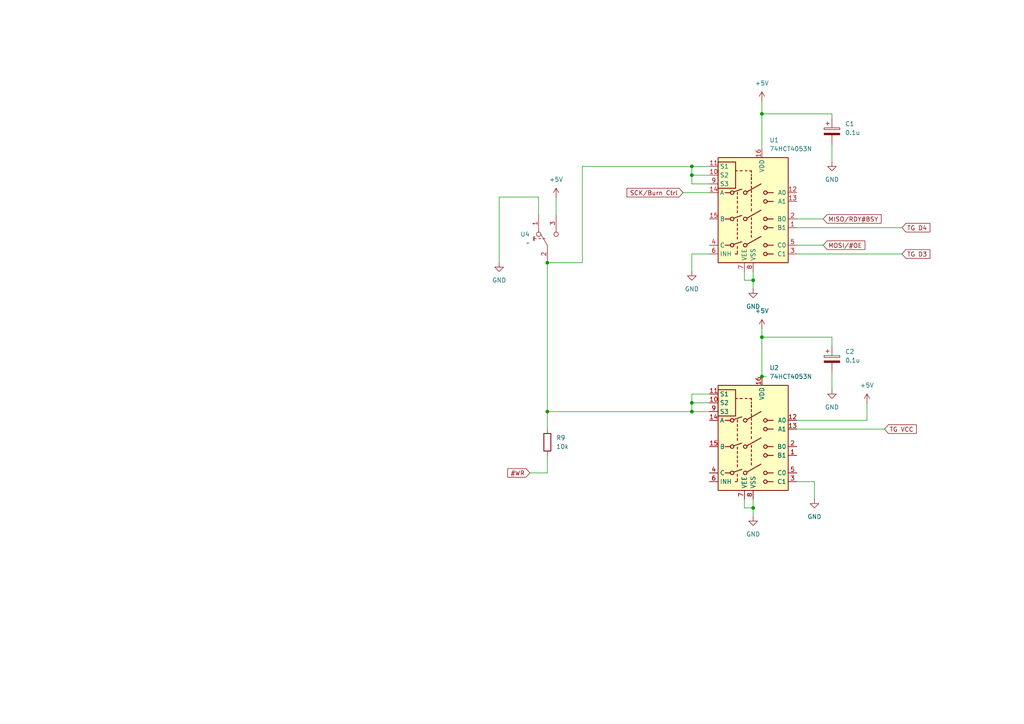
<source format=kicad_sch>
(kicad_sch (version 20231120) (generator "eeschema") (generator_version "8.0")
  (paper "A4")
  (lib_symbols
    (symbol "Device:C_Polarized" (pin_numbers hide) (pin_names (offset 0.254))
      (property "Reference" "C" (at 0.635 2.54 0))
      (property "Value" "C_Polarized" (at 0.635 -2.54 0))
      (symbol "C_Polarized_0_1"
        (rectangle (start -2.286 0.508) (end 2.286 1.016))
        (polyline (pts (xy -1.778 2.286) (xy -0.762 2.286)))
        (polyline (pts (xy -1.27 2.794) (xy -1.27 1.778)))
        (rectangle (start 2.286 -0.508) (end -2.286 -1.016) (fill (type outline)))
      )
      (symbol "C_Polarized_1_1"
        (pin passive line (at 0 3.81 270) (length 2.794) (name "~") (number "1"))
        (pin passive line (at 0 -3.81 90) (length 2.794) (name "~") (number "2"))
      )
    )
    (symbol "Device:R" (pin_numbers hide) (pin_names (offset 0))
      (property "Reference" "R" (at 2.032 0 90))
      (property "Value" "R" (at 0 0 90))
      (symbol "R_0_1"
        (rectangle (start -1.016 -2.54) (end 1.016 2.54) (stroke (width 0.254)))
      )
      (symbol "R_1_1"
        (pin passive line (at 0 3.81 270) (length 1.27) (name "~") (number "1"))
        (pin passive line (at 0 -3.81 90) (length 1.27) (name "~") (number "2"))
      )
    )
    (symbol "My_Misc:74HCT4053N"
      (property "Reference" "U" (at -10.16 16.51 0))
      (property "Value" "74HCT4053N" (at 3.81 16.51 0))
      (symbol "74HCT4053N_0_1"
        (rectangle (start -10.16 6.35) (end -5.08 13.97) (stroke (width 0.254)))
        (rectangle (start -10.16 15.24) (end 10.16 -15.24) (stroke (width 0.254)) (fill (type background)))
        (circle (center -6.096 -10.16) (radius 0.508) (stroke (width 0.254)))
        (circle (center -6.096 -2.54) (radius 0.508) (stroke (width 0.254)))
        (circle (center -6.096 5.08) (radius 0.508) (stroke (width 0.254)))
        (circle (center -2.286 -10.16) (radius 0.508) (stroke (width 0.254)))
        (circle (center -2.286 -2.54) (radius 0.508) (stroke (width 0.254)))
        (circle (center -2.286 5.08) (radius 0.508) (stroke (width 0.254)))
        (polyline (pts (xy -8.128 -10.16) (xy -6.604 -10.16)) (stroke (width 0.254)))
        (polyline (pts (xy -8.128 -2.54) (xy -6.604 -2.54)) (stroke (width 0.254)))
        (polyline (pts (xy -8.128 5.08) (xy -6.604 5.08)) (stroke (width 0.254)))
        (polyline (pts (xy -5.588 -9.906) (xy -3.302 -9.144)) (stroke (width 0.254)))
        (polyline (pts (xy -5.588 -2.286) (xy -3.302 -1.524)) (stroke (width 0.254)))
        (polyline (pts (xy -5.588 5.334) (xy -3.302 6.096)) (stroke (width 0.254)))
        (polyline (pts (xy -4.572 -12.7) (xy -5.207 -12.7)) (stroke (width 0.254)))
        (polyline (pts (xy -4.572 -12.446) (xy -4.572 -11.811)) (stroke (width 0.254)))
        (polyline (pts (xy -4.572 -11.176) (xy -4.572 -10.541)) (stroke (width 0.254)))
        (polyline (pts (xy -4.572 -8.382) (xy -4.572 -7.747)) (stroke (width 0.254)))
        (polyline (pts (xy -4.572 -7.112) (xy -4.572 -6.477)) (stroke (width 0.254)))
        (polyline (pts (xy -4.572 -5.842) (xy -4.572 -5.207)) (stroke (width 0.254)))
        (polyline (pts (xy -4.572 -4.572) (xy -4.572 -3.937)) (stroke (width 0.254)))
        (polyline (pts (xy -4.572 -3.302) (xy -4.572 -2.667)) (stroke (width 0.254)))
        (polyline (pts (xy -4.572 -0.762) (xy -4.572 -0.127)) (stroke (width 0.254)))
        (polyline (pts (xy -4.572 0.508) (xy -4.572 1.143)) (stroke (width 0.254)))
        (polyline (pts (xy -4.572 2.032) (xy -4.572 2.667)) (stroke (width 0.254)))
        (polyline (pts (xy -4.572 3.302) (xy -4.572 3.937)) (stroke (width 0.254)))
        (polyline (pts (xy -4.572 4.572) (xy -4.572 5.207)) (stroke (width 0.254)))
        (polyline (pts (xy -4.572 11.43) (xy -5.08 11.43)) (stroke (width 0.254)))
        (polyline (pts (xy -3.81 11.43) (xy -3.175 11.43)) (stroke (width 0.254)))
        (polyline (pts (xy -1.778 -9.906) (xy 2.286 -7.62)) (stroke (width 0.254)))
        (polyline (pts (xy -1.778 -2.286) (xy 2.286 0)) (stroke (width 0.254)))
        (polyline (pts (xy -1.778 5.334) (xy 2.286 7.62)) (stroke (width 0.254)))
        (polyline (pts (xy -1.778 11.43) (xy -2.286 11.43)) (stroke (width 0.254)))
        (polyline (pts (xy -0.508 -7.874) (xy -0.508 -7.239)) (stroke (width 0.254)))
        (polyline (pts (xy -0.508 -6.604) (xy -0.508 -5.969)) (stroke (width 0.254)))
        (polyline (pts (xy -0.508 -5.334) (xy -0.508 -4.699)) (stroke (width 0.254)))
        (polyline (pts (xy -0.508 -4.064) (xy -0.508 -3.429)) (stroke (width 0.254)))
        (polyline (pts (xy -0.508 -2.794) (xy -0.508 -2.159)) (stroke (width 0.254)))
        (polyline (pts (xy -0.508 -0.254) (xy -0.508 0.381)) (stroke (width 0.254)))
        (polyline (pts (xy -0.508 1.27) (xy -0.508 1.905)) (stroke (width 0.254)))
        (polyline (pts (xy -0.508 2.54) (xy -0.508 3.175)) (stroke (width 0.254)))
        (polyline (pts (xy -0.508 3.81) (xy -0.508 4.445)) (stroke (width 0.254)))
        (polyline (pts (xy -0.508 5.08) (xy -0.508 5.715)) (stroke (width 0.254)))
        (polyline (pts (xy -0.508 6.35) (xy -0.508 6.985)) (stroke (width 0.254)))
        (polyline (pts (xy -0.508 7.62) (xy -0.508 8.255)) (stroke (width 0.254)))
        (polyline (pts (xy -0.508 8.89) (xy -0.508 9.398)) (stroke (width 0.254)))
        (polyline (pts (xy -0.508 8.89) (xy -0.508 9.525)) (stroke (width 0.254)))
        (polyline (pts (xy -0.508 9.906) (xy -0.508 10.414)) (stroke (width 0.254)))
        (polyline (pts (xy -0.508 10.922) (xy -0.508 11.43)) (stroke (width 0.254)))
        (polyline (pts (xy -0.508 11.43) (xy -1.016 11.43)) (stroke (width 0.254)))
        (polyline (pts (xy 4.064 -12.7) (xy 5.842 -12.7)) (stroke (width 0.254)))
        (polyline (pts (xy 4.064 -10.16) (xy 5.842 -10.16)) (stroke (width 0.254)))
        (polyline (pts (xy 4.064 -5.08) (xy 5.842 -5.08)) (stroke (width 0.254)))
        (polyline (pts (xy 4.064 -2.54) (xy 5.842 -2.54)) (stroke (width 0.254)))
        (polyline (pts (xy 4.064 2.54) (xy 5.842 2.54)) (stroke (width 0.254)))
        (polyline (pts (xy 4.064 5.08) (xy 5.842 5.08)) (stroke (width 0.254)))
        (circle (center 3.556 -12.7) (radius 0.508) (stroke (width 0.254)))
        (circle (center 3.556 -10.16) (radius 0.508) (stroke (width 0.254)))
        (circle (center 3.556 -5.08) (radius 0.508) (stroke (width 0.254)))
        (circle (center 3.556 -2.54) (radius 0.508) (stroke (width 0.254)))
        (circle (center 3.556 2.54) (radius 0.508) (stroke (width 0.254)))
        (circle (center 3.556 5.08) (radius 0.508) (stroke (width 0.254)))
      )
      (symbol "74HCT4053N_1_1"
        (pin bidirectional line (at 12.7 -5.08 180) (length 2.54) (name "B1") (number "1"))
        (pin input line (at -12.7 10.16 0) (length 2.54) (name "S2") (number "10"))
        (pin input line (at -12.7 12.7 0) (length 2.54) (name "S1") (number "11"))
        (pin bidirectional line (at 12.7 5.08 180) (length 2.54) (name "A0") (number "12"))
        (pin bidirectional line (at 12.7 2.54 180) (length 2.54) (name "A1") (number "13"))
        (pin bidirectional line (at -12.7 5.08 0) (length 2.54) (name "A") (number "14"))
        (pin bidirectional line (at -12.7 -2.54 0) (length 2.54) (name "B") (number "15"))
        (pin power_in line (at 2.54 17.78 270) (length 2.54) (name "VDD") (number "16"))
        (pin bidirectional line (at 12.7 -2.54 180) (length 2.54) (name "B0") (number "2"))
        (pin bidirectional line (at 12.7 -12.7 180) (length 2.54) (name "C1") (number "3"))
        (pin bidirectional line (at -12.7 -10.16 0) (length 2.54) (name "C") (number "4"))
        (pin bidirectional line (at 12.7 -10.16 180) (length 2.54) (name "C0") (number "5"))
        (pin input line (at -12.7 -12.7 0) (length 2.54) (name "INH") (number "6"))
        (pin power_in line (at -2.54 -17.78 90) (length 2.54) (name "VEE") (number "7"))
        (pin power_in line (at 0 -17.78 90) (length 2.54) (name "VSS") (number "8"))
        (pin input line (at -12.7 7.62 0) (length 2.54) (name "S3") (number "9"))
      )
    )
    (symbol "My_Parts:Toggling_Switch" (pin_names hide)
      (property "Reference" "U" (at 6.985 6.35 0))
      (property "Value" "Toggling_Switch" (at 7.62 -4.445 0))
      (symbol "Toggling_Switch_0_1"
        (polyline (pts (xy 5.08 0) (xy 8.255 1.905)) (stroke (width 0.1524)))
        (polyline (pts (xy 6.35 3.81) (xy 7.62 3.81)) (stroke (width 0.1524)))
        (polyline (pts (xy 6.985 0.635) (xy 6.985 1.27)) (stroke (width 0.1524)))
        (polyline (pts (xy 6.985 1.905) (xy 6.985 2.54)) (stroke (width 0.1524)))
        (polyline (pts (xy 6.985 3.175) (xy 6.985 3.81)) (stroke (width 0.1524)))
        (arc (start 7.62 3.81) (mid 6.985 4.073) (end 6.35 3.81) (stroke (width 0.1524)))
        (circle (center 8.255 -2.54) (radius 0.635) (stroke (width 0.1524)))
        (circle (center 8.255 2.54) (radius 0.635) (stroke (width 0.1524)))
      )
      (symbol "Toggling_Switch_1_1"
        (pin passive line (at 13.97 2.54 180) (length 5.08) (name "NC") (number "1"))
        (pin passive line (at 0 0 0) (length 5.08) (name "Com") (number "2"))
        (pin passive line (at 13.97 -2.54 180) (length 5.08) (name "NO") (number "3"))
      )
    )
    (symbol "power:+5V" (power) (pin_numbers hide) (pin_names (offset 0) hide)
      (property "Value" "+5V" (at 0 3.556 0))
      (symbol "+5V_0_1"
        (polyline (pts (xy -0.762 1.27) (xy 0 2.54)))
        (polyline (pts (xy 0 0) (xy 0 2.54)))
        (polyline (pts (xy 0 2.54) (xy 0.762 1.27)))
      )
      (symbol "+5V_1_1"
        (pin power_in line (at 0 0 90) (length 0) (name "~") (number "1"))
      )
    )
    (symbol "power:GND" (power) (pin_numbers hide) (pin_names (offset 0) hide)
      (property "Value" "GND" (at 0 -3.81 0))
      (symbol "GND_0_1"
        (polyline (pts (xy 0 0) (xy 0 -1.27) (xy 1.27 -1.27) (xy 0 -2.54) (xy -1.27 -1.27) (xy 0 -1.27)))
      )
      (symbol "GND_1_1"
        (pin power_in line (at 0 0 270) (length 0) (name "~") (number "1"))
      )
    )
  )
  (junction (at 220.98 109.22))
  (junction (at 158.75 76.2))
  (junction (at 200.66 50.8))
  (junction (at 218.44 81.28))
  (junction (at 158.75 119.38))
  (junction (at 220.98 33.02))
  (junction (at 200.66 119.38))
  (junction (at 218.44 147.32))
  (junction (at 200.66 48.26))
  (junction (at 220.98 97.79))
  (junction (at 200.66 116.84))
  (wire (pts (xy 200.66 53.34) (xy 200.66 50.8)))
  (wire (pts (xy 231.14 63.5) (xy 238.76 63.5)))
  (wire (pts (xy 200.66 48.26) (xy 205.74 48.26)))
  (wire (pts (xy 251.46 116.84) (xy 251.46 121.92)))
  (wire (pts (xy 205.74 114.3) (xy 200.66 114.3)))
  (wire (pts (xy 241.3 41.91) (xy 241.3 46.99)))
  (wire (pts (xy 215.9 144.78) (xy 215.9 147.32)))
  (wire (pts (xy 200.66 114.3) (xy 200.66 116.84)))
  (wire (pts (xy 156.21 62.23) (xy 156.21 57.15)))
  (wire (pts (xy 205.74 53.34) (xy 200.66 53.34)))
  (wire (pts (xy 144.78 57.15) (xy 144.78 76.2)))
  (wire (pts (xy 156.21 57.15) (xy 144.78 57.15)))
  (wire (pts (xy 241.3 107.95) (xy 241.3 113.03)))
  (wire (pts (xy 218.44 81.28) (xy 218.44 83.82)))
  (wire (pts (xy 158.75 137.16) (xy 153.67 137.16)))
  (wire (pts (xy 200.66 119.38) (xy 205.74 119.38)))
  (wire (pts (xy 231.14 124.46) (xy 256.54 124.46)))
  (wire (pts (xy 231.14 71.12) (xy 238.76 71.12)))
  (wire (pts (xy 200.66 116.84) (xy 205.74 116.84)))
  (wire (pts (xy 198.12 55.88) (xy 205.74 55.88)))
  (wire (pts (xy 220.98 29.21) (xy 220.98 33.02)))
  (wire (pts (xy 231.14 73.66) (xy 261.62 73.66)))
  (wire (pts (xy 220.98 97.79) (xy 220.98 95.25)))
  (wire (pts (xy 200.66 116.84) (xy 200.66 119.38)))
  (wire (pts (xy 215.9 147.32) (xy 218.44 147.32)))
  (wire (pts (xy 158.75 119.38) (xy 200.66 119.38)))
  (wire (pts (xy 200.66 50.8) (xy 200.66 48.26)))
  (wire (pts (xy 158.75 119.38) (xy 158.75 124.46)))
  (wire (pts (xy 220.98 97.79) (xy 241.3 97.79)))
  (wire (pts (xy 218.44 78.74) (xy 218.44 81.28)))
  (wire (pts (xy 218.44 144.78) (xy 218.44 147.32)))
  (wire (pts (xy 168.91 48.26) (xy 200.66 48.26)))
  (wire (pts (xy 158.75 76.2) (xy 158.75 119.38)))
  (wire (pts (xy 215.9 81.28) (xy 218.44 81.28)))
  (wire (pts (xy 220.98 109.22) (xy 220.98 97.79)))
  (wire (pts (xy 158.75 76.2) (xy 168.91 76.2)))
  (wire (pts (xy 218.44 147.32) (xy 218.44 149.86)))
  (wire (pts (xy 222.25 109.22) (xy 220.98 109.22)))
  (wire (pts (xy 161.29 57.15) (xy 161.29 62.23)))
  (wire (pts (xy 168.91 76.2) (xy 168.91 48.26)))
  (wire (pts (xy 205.74 73.66) (xy 200.66 73.66)))
  (wire (pts (xy 200.66 50.8) (xy 205.74 50.8)))
  (wire (pts (xy 200.66 73.66) (xy 200.66 78.74)))
  (wire (pts (xy 231.14 66.04) (xy 261.62 66.04)))
  (wire (pts (xy 236.22 139.7) (xy 236.22 144.78)))
  (wire (pts (xy 215.9 78.74) (xy 215.9 81.28)))
  (wire (pts (xy 231.14 121.92) (xy 251.46 121.92)))
  (wire (pts (xy 241.3 34.29) (xy 241.3 33.02)))
  (wire (pts (xy 231.14 139.7) (xy 236.22 139.7)))
  (wire (pts (xy 158.75 132.08) (xy 158.75 137.16)))
  (wire (pts (xy 220.98 33.02) (xy 220.98 43.18)))
  (wire (pts (xy 241.3 100.33) (xy 241.3 97.79)))
  (wire (pts (xy 241.3 33.02) (xy 220.98 33.02)))
  (global_label "MISO{slash}RDY#BSY" (shape input) (at 238.76 63.5 0) (property "Intersheetrefs" "${INTERSHEET_REFS}" (effects (hide yes))))
  (global_label "MOSI{slash}#OE" (shape input) (at 238.76 71.12 0) (property "Intersheetrefs" "${INTERSHEET_REFS}" (effects (hide yes))))
  (global_label "TG VCC" (shape input) (at 256.54 124.46 0) (property "Intersheetrefs" "${INTERSHEET_REFS}" (effects (hide yes))))
  (global_label "TG D4" (shape input) (at 261.62 66.04 0) (property "Intersheetrefs" "${INTERSHEET_REFS}" (effects (hide yes))))
  (global_label "TG D3" (shape input) (at 261.62 73.66 0) (property "Intersheetrefs" "${INTERSHEET_REFS}" (effects (hide yes))))
  (global_label "SCK{slash}Burn Ctrl" (shape input) (at 198.12 55.88 180) (property "Intersheetrefs" "${INTERSHEET_REFS}" (effects (hide yes))))
  (global_label "#WR" (shape input) (at 153.67 137.16 180) (property "Intersheetrefs" "${INTERSHEET_REFS}" (effects (hide yes))))
  (symbol (lib_id "power:GND") (at 144.78 76.2 0) (unit 1)
    (property "Reference" "#PWR014" (effects (hide yes)))
    (property "Value" "GND" (at 144.78 81.28 0))
    (property "Description" "Power symbol creates a global label with name \"GND\" , ground" (effects (hide yes)))
  )
  (symbol (lib_id "power:+5V") (at 251.46 116.84 0) (unit 1)
    (property "Reference" "#PWR022" (effects (hide yes)))
    (property "Value" "+5V" (at 251.46 111.76 0))
    (property "Description" "Power symbol creates a global label with name \"+5V\"" (effects (hide yes)))
  )
  (symbol (lib_id "power:GND") (at 218.44 149.86 0) (unit 1)
    (property "Reference" "#PWR019" (effects (hide yes)))
    (property "Value" "GND" (at 218.44 154.94 0))
    (property "Description" "Power symbol creates a global label with name \"GND\" , ground" (effects (hide yes)))
  )
  (symbol (lib_id "My_Parts:Toggling_Switch") (at 158.75 76.2 90) (unit 1)
    (property "Reference" "U4" (at 153.67 67.9449 90) (effects (justify left)))
    (property "Value" "~" (at 153.67 70.4849 90) (effects (justify left)))
  )
  (symbol (lib_id "power:GND") (at 200.66 78.74 0) (unit 1)
    (property "Reference" "#PWR015" (effects (hide yes)))
    (property "Value" "GND" (at 200.66 83.82 0))
    (property "Description" "Power symbol creates a global label with name \"GND\" , ground" (effects (hide yes)))
  )
  (symbol (lib_id "power:+5V") (at 220.98 29.21 0) (unit 1)
    (property "Reference" "#PWR016" (effects (hide yes)))
    (property "Value" "+5V" (at 220.98 24.13 0))
    (property "Description" "Power symbol creates a global label with name \"+5V\"" (effects (hide yes)))
  )
  (symbol (lib_id "power:GND") (at 241.3 46.99 0) (unit 1)
    (property "Reference" "#PWR020" (effects (hide yes)))
    (property "Value" "GND" (at 241.3 52.07 0))
    (property "Description" "Power symbol creates a global label with name \"GND\" , ground" (effects (hide yes)))
  )
  (symbol (lib_id "My_Misc:74HCT4053N") (at 218.44 60.96 0) (unit 1)
    (property "Reference" "U1" (at 223.1741 40.64 0) (effects (justify left)))
    (property "Value" "74HCT4053N" (at 223.1741 43.18 0) (effects (justify left)))
    (property "Footprint" "My_Misc:DIP-16_W7.62mm_LongPads w socket" (effects (hide yes)))
    (property "Datasheet" "https://www.electrokit.com/upload/product/41004/41004463/74HC_HCT4053.pdf" (effects (hide yes)))
    (property "Description" "CMOS triple 2-channel analog multiplexer/demultiplexer, TSSOP-16/DIP-16/SOIC-16" (effects (hide yes)))
  )
  (symbol (lib_id "power:GND") (at 236.22 144.78 0) (unit 1)
    (property "Reference" "#PWR023" (effects (hide yes)))
    (property "Value" "GND" (at 236.22 149.86 0))
    (property "Description" "Power symbol creates a global label with name \"GND\" , ground" (effects (hide yes)))
  )
  (symbol (lib_id "power:+5V") (at 161.29 57.15 0) (unit 1)
    (property "Reference" "#PWR013" (effects (hide yes)))
    (property "Value" "+5V" (at 161.29 52.07 0))
    (property "Description" "Power symbol creates a global label with name \"+5V\"" (effects (hide yes)))
  )
  (symbol (lib_id "My_Misc:74HCT4053N") (at 218.44 127 0) (unit 1)
    (property "Reference" "U2" (at 223.1741 106.68 0) (effects (justify left)))
    (property "Value" "74HCT4053N" (at 223.1741 109.22 0) (effects (justify left)))
    (property "Footprint" "My_Misc:DIP-16_W7.62mm_LongPads w socket" (effects (hide yes)))
    (property "Datasheet" "https://www.electrokit.com/upload/product/41004/41004463/74HC_HCT4053.pdf" (effects (hide yes)))
    (property "Description" "CMOS triple 2-channel analog multiplexer/demultiplexer, TSSOP-16/DIP-16/SOIC-16" (effects (hide yes)))
  )
  (symbol (lib_id "Device:C_Polarized") (at 241.3 38.1 0) (unit 1)
    (property "Reference" "C1" (at 245.11 35.9409 0) (effects (justify left)))
    (property "Value" "0.1u" (at 245.11 38.4809 0) (effects (justify left)))
    (property "Description" "Polarized capacitor" (effects (hide yes)))
  )
  (symbol (lib_id "power:GND") (at 241.3 113.03 0) (unit 1)
    (property "Reference" "#PWR021" (effects (hide yes)))
    (property "Value" "GND" (at 241.3 118.11 0))
    (property "Description" "Power symbol creates a global label with name \"GND\" , ground" (effects (hide yes)))
  )
  (symbol (lib_id "Device:C_Polarized") (at 241.3 104.14 0) (unit 1)
    (property "Reference" "C2" (at 245.11 101.9809 0) (effects (justify left)))
    (property "Value" "0.1u" (at 245.11 104.5209 0) (effects (justify left)))
    (property "Description" "Polarized capacitor" (effects (hide yes)))
  )
  (symbol (lib_id "power:GND") (at 218.44 83.82 0) (unit 1)
    (property "Reference" "#PWR018" (effects (hide yes)))
    (property "Value" "GND" (at 218.44 88.9 0))
    (property "Description" "Power symbol creates a global label with name \"GND\" , ground" (effects (hide yes)))
  )
  (symbol (lib_id "power:+5V") (at 220.98 95.25 0) (unit 1)
    (property "Reference" "#PWR017" (effects (hide yes)))
    (property "Value" "+5V" (at 220.98 90.17 0))
    (property "Description" "Power symbol creates a global label with name \"+5V\"" (effects (hide yes)))
  )
  (symbol (lib_id "Device:R") (at 158.75 128.27 0) (unit 1)
    (property "Reference" "R9" (at 161.29 126.9999 0) (effects (justify left)))
    (property "Value" "10k" (at 161.29 129.5399 0) (effects (justify left)))
    (property "Description" "Resistor" (effects (hide yes)))
  )
)
</source>
